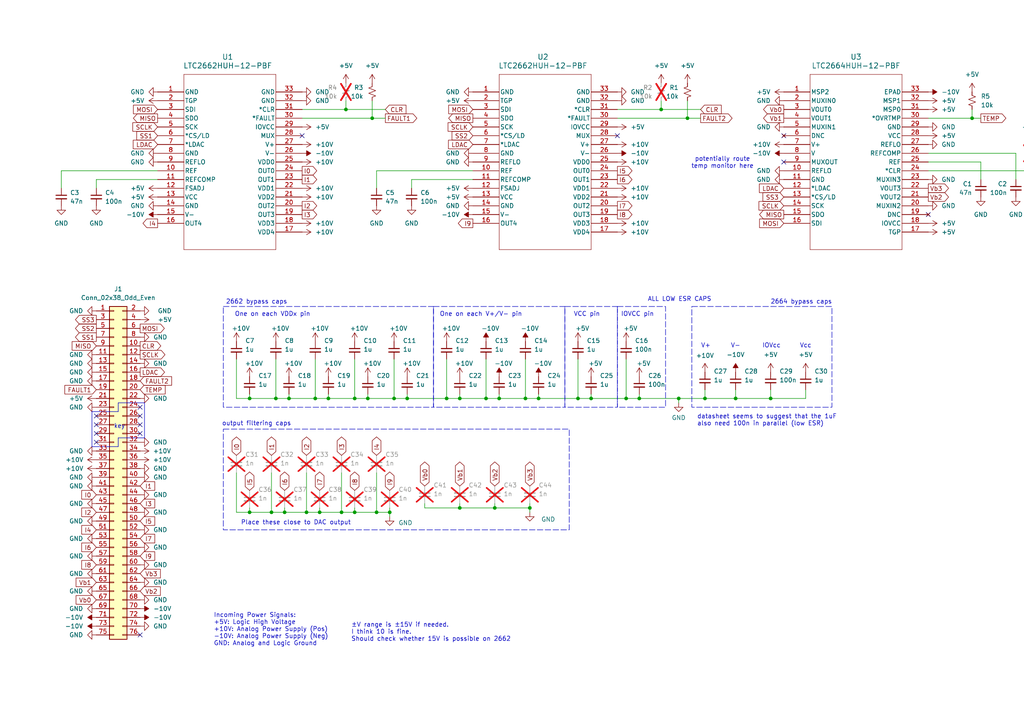
<source format=kicad_sch>
(kicad_sch (version 20250114) (generator "eeschema") (generator_version "9.0")
  (paper "A4")
  (title_block (title "microcyte") (date "2025-11-27") (rev "A") (company "Queen's University") (comment 1 "Shastri Lab") (comment 2 "hughmor"))
  (rectangle (start 179.07 88.9) (end 193.04 118.11) (stroke (width 0) (type dash)))
  (rectangle (start 163.83 88.9) (end 179.07 118.11) (stroke (width 0) (type dash)))
  (rectangle (start 125.73 88.9) (end 163.83 118.11) (stroke (width 0) (type dash)))
  (rectangle (start 64.77 88.9) (end 125.73 118.11) (stroke (width 0) (type dash)))
  (rectangle (start 64.77 124.46) (end 165.1 153.67) (stroke (width 0) (type dash)))
  (rectangle (start 200.66 88.9) (end 241.3 118.11) (stroke (width 0) (type dash)))
  (text "ALL LOW ESR CAPS" (at 197.104 86.868 0) (effects (font (size 1.27 1.27))))
  (text "output filtering caps" (at 74.422 122.936 0) (effects (font (size 1.27 1.27))))
  (text "key" (at 33.02 124.46 0) (effects (font (size 1.27 1.27)) (justify left bottom)))
  (text "datasheet seems to suggest that the 1uF\nalso need 100n in parallel (low ESR)" (at 202.184 123.698 0) (effects (font (size 1.27 1.27)) (justify left bottom)))
  (text "2664 bypass caps" (at 232.41 87.63 0) (effects (font (size 1.27 1.27))))
  (text "2662 bypass caps" (at 74.422 87.63 0) (effects (font (size 1.27 1.27))))
  (text "IOVCC pin" (at 180.086 91.948 0) (effects (font (size 1.27 1.27)) (justify left bottom)))
  (text "potentially route\ntemp monitor here" (at 209.55 47.244 0) (effects (font (size 1.27 1.27))))
  (text "Place these close to DAC output" (at 69.85 152.4 0) (effects (font (size 1.27 1.27)) (justify left bottom)))
  (text "±V range is ±15V if needed.\nI think 10 is fine.\nShould check whether 15V is possible on 2662" (at 101.854 186.182 0) (effects (font (size 1.27 1.27)) (justify left bottom)))
  (text "One on each V+/V- pin" (at 127.508 91.948 0) (effects (font (size 1.27 1.27)) (justify left bottom)))
  (text "Vcc" (at 233.68 100.33 0) (effects (font (size 1.27 1.27))))
  (text "V+" (at 204.724 100.33 0) (effects (font (size 1.27 1.27))))
  (text "Incoming Power Signals:\n+5V: Logic High Voltage\n+10V: Analog Power Supply (Pos)\n-10V: Analog Power Supply (Neg)\nGND: Analog and Logic Ground" (at 61.976 187.452 0) (effects (font (size 1.27 1.27)) (justify left bottom)))
  (text "One on each VDDx pin" (at 68.072 91.948 0) (effects (font (size 1.27 1.27)) (justify left bottom)))
  (text "VCC pin" (at 166.37 91.948 0) (effects (font (size 1.27 1.27)) (justify left bottom)))
  (text "IOVcc" (at 223.774 100.33 0) (effects (font (size 1.27 1.27))))
  (text "V-" (at 213.36 100.33 0) (effects (font (size 1.27 1.27))))
  (junction (at 204.47 115.57))
  (junction (at 72.39 115.57))
  (junction (at 140.97 115.57))
  (junction (at 185.42 115.57))
  (junction (at 152.4 115.57))
  (junction (at 199.39 34.29))
  (junction (at 191.77 31.75))
  (junction (at 92.71 148.59))
  (junction (at 118.11 115.57))
  (junction (at 143.51 147.32))
  (junction (at 88.9 148.59))
  (junction (at 213.36 115.57))
  (junction (at 106.68 115.57))
  (junction (at 144.78 115.57))
  (junction (at 107.95 34.29))
  (junction (at 171.45 115.57))
  (junction (at 167.64 115.57))
  (junction (at 83.82 115.57))
  (junction (at 99.06 148.59))
  (junction (at 78.74 148.59))
  (junction (at 82.55 148.59))
  (junction (at 102.87 148.59))
  (junction (at 133.35 147.32))
  (junction (at 196.85 115.57))
  (junction (at 153.67 147.32))
  (junction (at 129.54 115.57))
  (junction (at 223.52 115.57))
  (junction (at 100.33 31.75))
  (junction (at 91.44 115.57))
  (junction (at 80.01 115.57))
  (junction (at 298.45 49.53))
  (junction (at 113.03 148.59))
  (junction (at 281.94 34.29))
  (junction (at 102.87 115.57))
  (junction (at 156.21 115.57))
  (junction (at 95.25 115.57))
  (junction (at 133.35 115.57))
  (junction (at 109.22 148.59))
  (junction (at 114.3 115.57))
  (junction (at 181.61 115.57))
  (junction (at 72.39 148.59))
  (no_connect (at 27.94 123.19))
  (no_connect (at 40.64 118.11))
  (no_connect (at 27.94 125.73))
  (no_connect (at 269.24 62.23))
  (no_connect (at 40.64 184.15))
  (no_connect (at 40.64 120.65))
  (no_connect (at 27.94 128.27))
  (no_connect (at 227.33 39.37))
  (no_connect (at 227.33 46.99))
  (no_connect (at 40.64 125.73))
  (no_connect (at 27.94 120.65))
  (no_connect (at 179.07 39.37))
  (no_connect (at 87.63 39.37))
  (no_connect (at 40.64 123.19))
  (bus_entry (at -184.15 -15.24) (size 2.54 2.54))
  (wire (pts (xy 123.19 147.32) (xy 133.35 147.32)))
  (wire (pts (xy 82.55 148.59) (xy 78.74 148.59)))
  (wire (pts (xy 118.11 115.57) (xy 114.3 115.57)))
  (wire (pts (xy 102.87 148.59) (xy 109.22 148.59)))
  (wire (pts (xy 72.39 115.57) (xy 80.01 115.57)))
  (wire (pts (xy 45.72 52.07) (xy 27.94 52.07)))
  (wire (pts (xy 95.25 114.3) (xy 95.25 115.57)))
  (wire (pts (xy 106.68 114.3) (xy 106.68 115.57)))
  (wire (pts (xy 140.97 115.57) (xy 144.78 115.57)))
  (wire (pts (xy 88.9 137.16) (xy 88.9 148.59)))
  (wire (pts (xy 269.24 49.53) (xy 298.45 49.53)))
  (wire (pts (xy 269.24 46.99) (xy 284.48 46.99)))
  (polyline (pts (xy 26.67 119.38) (xy 34.29 119.38)))
  (wire (pts (xy 95.25 115.57) (xy 91.44 115.57)))
  (wire (pts (xy 129.54 115.57) (xy 133.35 115.57)))
  (wire (pts (xy 269.24 34.29) (xy 281.94 34.29)))
  (wire (pts (xy 100.33 31.75) (xy 111.76 31.75)))
  (wire (pts (xy 185.42 115.57) (xy 196.85 115.57)))
  (wire (pts (xy 144.78 115.57) (xy 152.4 115.57)))
  (wire (pts (xy 179.07 31.75) (xy 191.77 31.75)))
  (wire (pts (xy 156.21 114.3) (xy 156.21 115.57)))
  (wire (pts (xy 144.78 114.3) (xy 144.78 115.57)))
  (wire (pts (xy 179.07 34.29) (xy 199.39 34.29)))
  (wire (pts (xy 171.45 114.3) (xy 171.45 115.57)))
  (polyline (pts (xy 34.29 129.54) (xy 26.67 129.54)))
  (wire (pts (xy 181.61 115.57) (xy 185.42 115.57)))
  (wire (pts (xy 281.94 31.75) (xy 281.94 34.29)))
  (wire (pts (xy 298.45 46.99) (xy 298.45 49.53)))
  (wire (pts (xy 152.4 115.57) (xy 156.21 115.57)))
  (wire (pts (xy 167.64 115.57) (xy 171.45 115.57)))
  (wire (pts (xy 106.68 115.57) (xy 102.87 115.57)))
  (wire (pts (xy 233.68 113.03) (xy 233.68 115.57)))
  (wire (pts (xy 83.82 115.57) (xy 91.44 115.57)))
  (wire (pts (xy 196.85 115.57) (xy 204.47 115.57)))
  (wire (pts (xy 72.39 148.59) (xy 78.74 148.59)))
  (wire (pts (xy 27.94 52.07) (xy 27.94 54.61)))
  (wire (pts (xy 191.77 31.75) (xy 203.2 31.75)))
  (wire (pts (xy 223.52 115.57) (xy 233.68 115.57)))
  (wire (pts (xy 83.82 114.3) (xy 83.82 115.57)))
  (wire (pts (xy 199.39 34.29) (xy 203.2 34.29)))
  (wire (pts (xy 72.39 114.3) (xy 72.39 115.57)))
  (wire (pts (xy 143.51 146.05) (xy 143.51 147.32)))
  (wire (pts (xy 223.52 113.03) (xy 223.52 115.57)))
  (wire (pts (xy 171.45 115.57) (xy 181.61 115.57)))
  (wire (pts (xy 137.16 52.07) (xy 119.38 52.07)))
  (wire (pts (xy 100.33 29.21) (xy 100.33 31.75)))
  (wire (pts (xy 284.48 46.99) (xy 284.48 52.07)))
  (wire (pts (xy 102.87 104.14) (xy 102.87 115.57)))
  (wire (pts (xy 107.95 34.29) (xy 111.76 34.29)))
  (wire (pts (xy 129.54 104.14) (xy 129.54 115.57)))
  (wire (pts (xy 106.68 115.57) (xy 114.3 115.57)))
  (wire (pts (xy 137.16 49.53) (xy 109.22 49.53)))
  (wire (pts (xy 109.22 49.53) (xy 109.22 54.61)))
  (wire (pts (xy 102.87 148.59) (xy 99.06 148.59)))
  (polyline (pts (xy 41.91 116.84) (xy 41.91 127)))
  (wire (pts (xy 191.77 29.21) (xy 191.77 31.75)))
  (wire (pts (xy 95.25 115.57) (xy 102.87 115.57)))
  (wire (pts (xy 118.11 115.57) (xy 129.54 115.57)))
  (wire (pts (xy 213.36 115.57) (xy 223.52 115.57)))
  (wire (pts (xy 99.06 137.16) (xy 99.06 148.59)))
  (wire (pts (xy 119.38 52.07) (xy 119.38 54.61)))
  (wire (pts (xy 133.35 115.57) (xy 140.97 115.57)))
  (polyline (pts (xy 34.29 116.84) (xy 34.29 119.38)))
  (wire (pts (xy 213.36 113.03) (xy 213.36 115.57)))
  (wire (pts (xy 92.71 148.59) (xy 99.06 148.59)))
  (wire (pts (xy 82.55 148.59) (xy 88.9 148.59)))
  (polyline (pts (xy 34.29 116.84) (xy 41.91 116.84)))
  (wire (pts (xy 68.58 115.57) (xy 72.39 115.57)))
  (wire (pts (xy 83.82 115.57) (xy 80.01 115.57)))
  (wire (pts (xy 68.58 104.14) (xy 68.58 115.57)))
  (wire (pts (xy 107.95 29.21) (xy 107.95 34.29)))
  (wire (pts (xy 143.51 147.32) (xy 153.67 147.32)))
  (wire (pts (xy 113.03 148.59) (xy 113.03 149.86)))
  (wire (pts (xy 91.44 104.14) (xy 91.44 115.57)))
  (wire (pts (xy 113.03 147.32) (xy 113.03 148.59)))
  (wire (pts (xy 167.64 104.14) (xy 167.64 115.57)))
  (wire (pts (xy 118.11 114.3) (xy 118.11 115.57)))
  (polyline (pts (xy 41.91 127) (xy 34.29 127)))
  (wire (pts (xy 78.74 137.16) (xy 78.74 148.59)))
  (wire (pts (xy 113.03 148.59) (xy 109.22 148.59)))
  (polyline (pts (xy 34.29 127) (xy 34.29 129.54)))
  (wire (pts (xy 294.64 44.45) (xy 294.64 52.07)))
  (wire (pts (xy 204.47 113.03) (xy 204.47 115.57)))
  (wire (pts (xy 204.47 115.57) (xy 213.36 115.57)))
  (wire (pts (xy 133.35 147.32) (xy 143.51 147.32)))
  (polyline (pts (xy 26.67 129.54) (xy 26.67 119.38)))
  (wire (pts (xy 109.22 137.16) (xy 109.22 148.59)))
  (wire (pts (xy 133.35 146.05) (xy 133.35 147.32)))
  (wire (pts (xy 153.67 147.32) (xy 153.67 148.59)))
  (wire (pts (xy 269.24 44.45) (xy 294.64 44.45)))
  (wire (pts (xy 92.71 148.59) (xy 88.9 148.59)))
  (wire (pts (xy 156.21 115.57) (xy 167.64 115.57)))
  (wire (pts (xy 17.78 49.53) (xy 17.78 54.61)))
  (wire (pts (xy 68.58 137.16) (xy 68.58 148.59)))
  (wire (pts (xy 133.35 114.3) (xy 133.35 115.57)))
  (wire (pts (xy 298.45 49.53) (xy 302.26 49.53)))
  (wire (pts (xy 114.3 104.14) (xy 114.3 115.57)))
  (wire (pts (xy 102.87 147.32) (xy 102.87 148.59)))
  (wire (pts (xy 87.63 31.75) (xy 100.33 31.75)))
  (wire (pts (xy 87.63 34.29) (xy 107.95 34.29)))
  (wire (pts (xy 140.97 104.14) (xy 140.97 115.57)))
  (wire (pts (xy 82.55 147.32) (xy 82.55 148.59)))
  (wire (pts (xy 196.85 115.57) (xy 196.85 116.84)))
  (wire (pts (xy 185.42 114.3) (xy 185.42 115.57)))
  (wire (pts (xy 72.39 147.32) (xy 72.39 148.59)))
  (wire (pts (xy 199.39 29.21) (xy 199.39 34.29)))
  (wire (pts (xy 153.67 146.05) (xy 153.67 147.32)))
  (wire (pts (xy 181.61 104.14) (xy 181.61 115.57)))
  (wire (pts (xy 123.19 146.05) (xy 123.19 147.32)))
  (wire (pts (xy 281.94 34.29) (xy 284.48 34.29)))
  (wire (pts (xy 68.58 148.59) (xy 72.39 148.59)))
  (wire (pts (xy 152.4 104.14) (xy 152.4 115.57)))
  (wire (pts (xy 80.01 104.14) (xy 80.01 115.57)))
  (wire (pts (xy 45.72 49.53) (xy 17.78 49.53)))
  (wire (pts (xy 92.71 147.32) (xy 92.71 148.59)))
  (global_label "I9" (shape bidirectional) (at 113.03 142.24 90) (property "Intersheetrefs" "${INTERSHEET_REFS}" (effects (hide yes))))
  (global_label "I7" (shape bidirectional) (at 92.71 142.24 90) (property "Intersheetrefs" "${INTERSHEET_REFS}" (effects (hide yes))))
  (global_label "Vb1" (shape input) (at 27.94 168.91 180) (property "Intersheetrefs" "${INTERSHEET_REFS}" (effects (hide yes))))
  (global_label "MISO" (shape output) (at 45.72 34.29 180) (property "Intersheetrefs" "${INTERSHEET_REFS}" (effects (hide yes))))
  (global_label "TEMP" (shape output) (at 284.48 34.29 0) (property "Intersheetrefs" "${INTERSHEET_REFS}" (effects (hide yes))))
  (global_label "MISO" (shape output) (at 227.33 62.23 180) (property "Intersheetrefs" "${INTERSHEET_REFS}" (effects (hide yes))))
  (global_label "SCLK" (shape input) (at 227.33 59.69 180) (property "Intersheetrefs" "${INTERSHEET_REFS}" (effects (hide yes))))
  (global_label "CLR" (shape input) (at 111.76 31.75 0) (property "Intersheetrefs" "${INTERSHEET_REFS}" (effects (hide yes))))
  (global_label "Vb0" (shape output) (at 227.33 31.75 180) (property "Intersheetrefs" "${INTERSHEET_REFS}" (effects (hide yes))))
  (global_label "I3" (shape input) (at 40.64 146.05 0) (property "Intersheetrefs" "${INTERSHEET_REFS}" (effects (hide yes))))
  (global_label "FAULT1" (shape output) (at 111.76 34.29 0) (property "Intersheetrefs" "${INTERSHEET_REFS}" (effects (hide yes))))
  (global_label "LDAC" (shape output) (at 40.64 107.95 0) (property "Intersheetrefs" "${INTERSHEET_REFS}" (effects (hide yes))))
  (global_label "I9" (shape input) (at 40.64 161.29 0) (property "Intersheetrefs" "${INTERSHEET_REFS}" (effects (hide yes))))
  (global_label "I2" (shape bidirectional) (at 88.9 132.08 90) (property "Intersheetrefs" "${INTERSHEET_REFS}" (effects (hide yes))))
  (global_label "SS2" (shape output) (at 27.94 95.25 180) (property "Intersheetrefs" "${INTERSHEET_REFS}" (effects (hide yes))))
  (global_label "I5" (shape output) (at 179.07 49.53 0) (property "Intersheetrefs" "${INTERSHEET_REFS}" (effects (hide yes))))
  (global_label "I4" (shape input) (at 27.94 153.67 180) (property "Intersheetrefs" "${INTERSHEET_REFS}" (effects (hide yes))))
  (global_label "LDAC" (shape input) (at 227.33 54.61 180) (property "Intersheetrefs" "${INTERSHEET_REFS}" (effects (hide yes))))
  (global_label "I5" (shape bidirectional) (at 72.39 142.24 90) (property "Intersheetrefs" "${INTERSHEET_REFS}" (effects (hide yes))))
  (global_label "SS1" (shape input) (at 45.72 39.37 180) (property "Intersheetrefs" "${INTERSHEET_REFS}" (effects (hide yes))))
  (global_label "CLR" (shape input) (at 302.26 49.53 0) (property "Intersheetrefs" "${INTERSHEET_REFS}" (effects (hide yes))))
  (global_label "MISO" (shape output) (at 137.16 34.29 180) (property "Intersheetrefs" "${INTERSHEET_REFS}" (effects (hide yes))))
  (global_label "I4" (shape output) (at 45.72 64.77 180) (property "Intersheetrefs" "${INTERSHEET_REFS}" (effects (hide yes))))
  (global_label "LDAC" (shape input) (at 45.72 41.91 180) (property "Intersheetrefs" "${INTERSHEET_REFS}" (effects (hide yes))))
  (global_label "I6" (shape bidirectional) (at 82.55 142.24 90) (property "Intersheetrefs" "${INTERSHEET_REFS}" (effects (hide yes))))
  (global_label "MISO" (shape input) (at 27.94 100.33 180) (property "Intersheetrefs" "${INTERSHEET_REFS}" (effects (hide yes))))
  (global_label "I2" (shape output) (at 87.63 59.69 0) (property "Intersheetrefs" "${INTERSHEET_REFS}" (effects (hide yes))))
  (global_label "I1" (shape input) (at 40.64 140.97 0) (property "Intersheetrefs" "${INTERSHEET_REFS}" (effects (hide yes))))
  (global_label "I2" (shape input) (at 27.94 148.59 180) (property "Intersheetrefs" "${INTERSHEET_REFS}" (effects (hide yes))))
  (global_label "Vb2" (shape output) (at 269.24 57.15 0) (property "Intersheetrefs" "${INTERSHEET_REFS}" (effects (hide yes))))
  (global_label "TEMP" (shape input) (at 40.64 113.03 0) (property "Intersheetrefs" "${INTERSHEET_REFS}" (effects (hide yes))))
  (global_label "SS2" (shape input) (at 137.16 39.37 180) (property "Intersheetrefs" "${INTERSHEET_REFS}" (effects (hide yes))))
  (global_label "Vb3" (shape output) (at 269.24 54.61 0) (property "Intersheetrefs" "${INTERSHEET_REFS}" (effects (hide yes))))
  (global_label "I3" (shape bidirectional) (at 99.06 132.08 90) (property "Intersheetrefs" "${INTERSHEET_REFS}" (effects (hide yes))))
  (global_label "SS3" (shape output) (at 27.94 92.71 180) (property "Intersheetrefs" "${INTERSHEET_REFS}" (effects (hide yes))))
  (global_label "I7" (shape output) (at 179.07 59.69 0) (property "Intersheetrefs" "${INTERSHEET_REFS}" (effects (hide yes))))
  (global_label "Vb1" (shape output) (at 227.33 34.29 180) (property "Intersheetrefs" "${INTERSHEET_REFS}" (effects (hide yes))))
  (global_label "Vb3" (shape input) (at 40.64 166.37 0) (property "Intersheetrefs" "${INTERSHEET_REFS}" (effects (hide yes))))
  (global_label "MOSI" (shape input) (at 227.33 64.77 180) (property "Intersheetrefs" "${INTERSHEET_REFS}" (effects (hide yes))))
  (global_label "I1" (shape output) (at 87.63 52.07 0) (property "Intersheetrefs" "${INTERSHEET_REFS}" (effects (hide yes))))
  (global_label "Vb2" (shape bidirectional) (at 143.51 140.97 90) (property "Intersheetrefs" "${INTERSHEET_REFS}" (effects (hide yes))))
  (global_label "FAULT2" (shape input) (at 40.64 110.49 0) (property "Intersheetrefs" "${INTERSHEET_REFS}" (effects (hide yes))))
  (global_label "SCLK" (shape output) (at 40.64 102.87 0) (property "Intersheetrefs" "${INTERSHEET_REFS}" (effects (hide yes))))
  (global_label "MOSI" (shape output) (at 40.64 95.25 0) (property "Intersheetrefs" "${INTERSHEET_REFS}" (effects (hide yes))))
  (global_label "I6" (shape input) (at 27.94 158.75 180) (property "Intersheetrefs" "${INTERSHEET_REFS}" (effects (hide yes))))
  (global_label "I8" (shape bidirectional) (at 102.87 142.24 90) (property "Intersheetrefs" "${INTERSHEET_REFS}" (effects (hide yes))))
  (global_label "MOSI" (shape input) (at 45.72 31.75 180) (property "Intersheetrefs" "${INTERSHEET_REFS}" (effects (hide yes))))
  (global_label "LDAC" (shape input) (at 137.16 41.91 180) (property "Intersheetrefs" "${INTERSHEET_REFS}" (effects (hide yes))))
  (global_label "I0" (shape output) (at 87.63 49.53 0) (property "Intersheetrefs" "${INTERSHEET_REFS}" (effects (hide yes))))
  (global_label "CLR" (shape input) (at 203.2 31.75 0) (property "Intersheetrefs" "${INTERSHEET_REFS}" (effects (hide yes))))
  (global_label "I5" (shape input) (at 40.64 151.13 0) (property "Intersheetrefs" "${INTERSHEET_REFS}" (effects (hide yes))))
  (global_label "Vb0" (shape bidirectional) (at 123.19 140.97 90) (property "Intersheetrefs" "${INTERSHEET_REFS}" (effects (hide yes))))
  (global_label "I1" (shape bidirectional) (at 78.74 132.08 90) (property "Intersheetrefs" "${INTERSHEET_REFS}" (effects (hide yes))))
  (global_label "SS1" (shape output) (at 27.94 97.79 180) (property "Intersheetrefs" "${INTERSHEET_REFS}" (effects (hide yes))))
  (global_label "Vb3" (shape bidirectional) (at 153.67 140.97 90) (property "Intersheetrefs" "${INTERSHEET_REFS}" (effects (hide yes))))
  (global_label "I8" (shape input) (at 27.94 163.83 180) (property "Intersheetrefs" "${INTERSHEET_REFS}" (effects (hide yes))))
  (global_label "I8" (shape output) (at 179.07 62.23 0) (property "Intersheetrefs" "${INTERSHEET_REFS}" (effects (hide yes))))
  (global_label "I4" (shape bidirectional) (at 109.22 132.08 90) (property "Intersheetrefs" "${INTERSHEET_REFS}" (effects (hide yes))))
  (global_label "CLR" (shape output) (at 40.64 100.33 0) (property "Intersheetrefs" "${INTERSHEET_REFS}" (effects (hide yes))))
  (global_label "I0" (shape input) (at 27.94 143.51 180) (property "Intersheetrefs" "${INTERSHEET_REFS}" (effects (hide yes))))
  (global_label "MOSI" (shape input) (at 137.16 31.75 180) (property "Intersheetrefs" "${INTERSHEET_REFS}" (effects (hide yes))))
  (global_label "SCLK" (shape input) (at 45.72 36.83 180) (property "Intersheetrefs" "${INTERSHEET_REFS}" (effects (hide yes))))
  (global_label "SS3" (shape input) (at 227.33 57.15 180) (property "Intersheetrefs" "${INTERSHEET_REFS}" (effects (hide yes))))
  (global_label "I3" (shape output) (at 87.63 62.23 0) (property "Intersheetrefs" "${INTERSHEET_REFS}" (effects (hide yes))))
  (global_label "Vb0" (shape input) (at 27.94 173.99 180) (property "Intersheetrefs" "${INTERSHEET_REFS}" (effects (hide yes))))
  (global_label "SCLK" (shape input) (at 137.16 36.83 180) (property "Intersheetrefs" "${INTERSHEET_REFS}" (effects (hide yes))))
  (global_label "FAULT2" (shape output) (at 203.2 34.29 0) (property "Intersheetrefs" "${INTERSHEET_REFS}" (effects (hide yes))))
  (global_label "I0" (shape bidirectional) (at 68.58 132.08 90) (property "Intersheetrefs" "${INTERSHEET_REFS}" (effects (hide yes))))
  (global_label "Vb2" (shape input) (at 40.64 171.45 0) (property "Intersheetrefs" "${INTERSHEET_REFS}" (effects (hide yes))))
  (global_label "Vb1" (shape bidirectional) (at 133.35 140.97 90) (property "Intersheetrefs" "${INTERSHEET_REFS}" (effects (hide yes))))
  (global_label "I6" (shape output) (at 179.07 52.07 0) (property "Intersheetrefs" "${INTERSHEET_REFS}" (effects (hide yes))))
  (global_label "I7" (shape input) (at 40.64 156.21 0) (property "Intersheetrefs" "${INTERSHEET_REFS}" (effects (hide yes))))
  (global_label "FAULT1" (shape input) (at 27.94 113.03 180) (property "Intersheetrefs" "${INTERSHEET_REFS}" (effects (hide yes))))
  (global_label "I9" (shape output) (at 137.16 64.77 180) (property "Intersheetrefs" "${INTERSHEET_REFS}" (effects (hide yes))))
  (symbol (lib_id "power:-10V") (at 227.33 44.45 90) (unit 1)
    (property "Reference" "#PWR033" (effects (hide yes)))
    (property "Value" "-10V" (at 223.52 44.45 90) (effects (justify left)))
  )
  (symbol (lib_id "power:+10V") (at 87.63 57.15 270) (unit 1)
    (property "Reference" "#PWR046" (effects (hide yes)))
    (property "Value" "+10V" (at 91.44 57.15 90) (effects (justify left)))
  )
  (symbol (lib_id "power:+5V") (at 269.24 39.37 270) (unit 1)
    (property "Reference" "#PWR023" (effects (hide yes)))
    (property "Value" "+5V" (at 273.05 39.37 90) (effects (justify left)))
  )
  (symbol (lib_id "power:GND") (at 45.72 46.99 270) (unit 1)
    (property "Reference" "#PWR034" (effects (hide yes)))
    (property "Value" "GND" (at 41.91 46.99 90) (effects (justify right)))
  )
  (symbol (lib_id "power:GND") (at 27.94 130.81 270) (unit 1)
    (property "Reference" "#PWR0101" (effects (hide yes)))
    (property "Value" "GND" (at 24.13 130.81 90) (effects (justify right)))
  )
  (symbol (lib_id "power:+5V") (at 87.63 36.83 270) (unit 1)
    (property "Reference" "#PWR019" (effects (hide yes)))
    (property "Value" "+5V" (at 91.44 36.83 90) (effects (justify left)))
  )
  (symbol (lib_id "power:+10V") (at 87.63 64.77 270) (unit 1)
    (property "Reference" "#PWR058" (effects (hide yes)))
    (property "Value" "+10V" (at 91.44 64.77 90) (effects (justify left)))
  )
  (symbol (lib_id "power:+10V") (at 179.07 46.99 270) (unit 1)
    (property "Reference" "#PWR037" (effects (hide yes)))
    (property "Value" "+10V" (at 182.88 46.99 90) (effects (justify left)))
  )
  (symbol (lib_id "power:+10V") (at 133.35 109.22 0) (unit 1)
    (property "Reference" "#PWR083" (effects (hide yes)))
    (property "Value" "+10V" (at 134.62 105.41 0))
  )
  (symbol (lib_id "power:GND") (at 87.63 26.67 90) (unit 1)
    (property "Reference" "#PWR06" (effects (hide yes)))
    (property "Value" "GND" (at 91.44 26.67 90) (effects (justify right)))
  )
  (symbol (lib_id "Device:C_Small") (at 223.52 110.49 0) (unit 1)
    (property "Reference" "C29" (at 226.06 107.696 0) (effects (justify left)))
    (property "Value" "100n" (at 226.06 110.236 0) (effects (justify left)))
    (property "Footprint" "Capacitor_SMD:C_0402_1005Metric" (effects (hide yes)))
    (property "LCSC Part #" "C2181836" (effects (hide yes)))
  )
  (symbol (lib_id "power:GND") (at 27.94 90.17 270) (unit 1)
    (property "Reference" "#PWR065" (effects (hide yes)))
    (property "Value" "GND" (at 24.13 90.17 90) (effects (justify right)))
  )
  (symbol (lib_id "power:GNDS") (at 40.64 173.99 90) (unit 1)
    (property "Reference" "#PWR0108" (effects (hide yes)))
    (property "Value" "GND" (at 44.45 173.99 90) (effects (justify right)))
  )
  (symbol (lib_id "Device:C_Small") (at 80.01 101.6 0) (unit 1)
    (property "Reference" "C8" (at 82.55 98.806 0) (effects (justify left)))
    (property "Value" "1u" (at 82.55 101.346 0) (effects (justify left)))
    (property "Footprint" "Capacitor_SMD:C_0402_1005Metric" (effects (hide yes)))
    (property "LCSC Part #" "C913556" (effects (hide yes)))
  )
  (symbol (lib_id "power:GNDS") (at 27.94 140.97 270) (unit 1)
    (property "Reference" "#PWR0105" (effects (hide yes)))
    (property "Value" "GND" (at 24.13 140.9699 90) (effects (justify right)))
  )
  (symbol (lib_id "power:GNDS") (at 27.94 146.05 270) (unit 1)
    (property "Reference" "#PWR0109" (effects (hide yes)))
    (property "Value" "GND" (at 24.13 146.05 90) (effects (justify right)))
  )
  (symbol (lib_id "power:GND") (at 40.64 97.79 90) (unit 1)
    (property "Reference" "#PWR0128" (effects (hide yes)))
    (property "Value" "GND" (at 44.45 97.7899 90) (effects (justify right)))
  )
  (symbol (lib_id "power:-10V") (at 269.24 26.67 270) (unit 1)
    (property "Reference" "#PWR010" (effects (hide yes)))
    (property "Value" "-10V" (at 273.05 26.67 90) (effects (justify left)))
  )
  (symbol (lib_id "power:+5V") (at 107.95 24.13 0) (unit 1)
    (property "Reference" "#PWR02" (effects (hide yes)))
    (property "Value" "+5V" (at 107.95 19.05 0))
  )
  (symbol (lib_id "power:-10V") (at 45.72 62.23 90) (unit 1)
    (property "Reference" "#PWR056" (effects (hide yes)))
    (property "Value" "-10V" (at 41.91 62.23 90) (effects (justify left)))
  )
  (symbol (lib_id "power:-10V") (at 144.78 109.22 0) (unit 1)
    (property "Reference" "#PWR084" (effects (hide yes)))
    (property "Value" "-10V" (at 146.05 105.41 0))
  )
  (symbol (lib_id "power:+10V") (at 87.63 46.99 270) (unit 1)
    (property "Reference" "#PWR035" (effects (hide yes)))
    (property "Value" "+10V" (at 91.44 46.99 90) (effects (justify left)))
  )
  (symbol (lib_id "Device:C_Small") (at 95.25 111.76 0) (unit 1)
    (property "Reference" "C19" (at 97.79 108.966 0) (effects (justify left)))
    (property "Value" "1u" (at 97.79 111.506 0) (effects (justify left)))
    (property "Footprint" "Capacitor_SMD:C_0402_1005Metric" (effects (hide yes)))
    (property "LCSC Part #" "C913556" (effects (hide yes)))
  )
  (symbol (lib_id "Device:C_Small") (at 153.67 143.51 0) (unit 1) (on_board no) (dnp yes)
    (property "Reference" "C44" (at 156.21 140.716 0) (effects (justify left)))
    (property "Value" "1n" (at 156.21 143.256 0) (effects (justify left)))
    (property "Footprint" "Capacitor_SMD:C_0201_0603Metric" (effects (hide yes)))
  )
  (symbol (lib_id "Device:C_Small") (at 78.74 134.62 0) (unit 1) (on_board no) (dnp yes)
    (property "Reference" "C32" (at 81.28 131.826 0) (effects (justify left)))
    (property "Value" "1n" (at 81.28 134.366 0) (effects (justify left)))
    (property "Footprint" "Capacitor_SMD:C_0201_0603Metric" (effects (hide yes)))
  )
  (symbol (lib_id "power:GND") (at 269.24 52.07 90) (unit 1)
    (property "Reference" "#PWR040" (effects (hide yes)))
    (property "Value" "GND" (at 273.05 52.07 90) (effects (justify right)))
  )
  (symbol (lib_id "power:GND") (at 196.85 116.84 0) (unit 1)
    (property "Reference" "#PWR090" (effects (hide yes)))
    (property "Value" "GND" (at 196.85 121.158 0))
  )
  (symbol (lib_id "power:+10V") (at 27.94 135.89 90) (unit 1)
    (property "Reference" "#PWR094" (effects (hide yes)))
    (property "Value" "+10V" (at 21.59 135.89 90))
  )
  (symbol (lib_id "power:+5V") (at 167.64 99.06 0) (unit 1)
    (property "Reference" "#PWR076" (effects (hide yes)))
    (property "Value" "+5V" (at 168.91 95.25 0))
  )
  (symbol (lib_id "power:GNDS") (at 40.64 148.59 90) (unit 1)
    (property "Reference" "#PWR0112" (effects (hide yes)))
    (property "Value" "GND" (at 44.45 148.59 90) (effects (justify right)))
  )
  (symbol (lib_id "power:GND") (at 40.64 128.27 90) (unit 1)
    (property "Reference" "#PWR092" (effects (hide yes)))
    (property "Value" "GND" (at 44.45 128.27 90) (effects (justify right)))
  )
  (symbol (lib_id "Device:R_Small_US") (at 191.77 26.67 0) (mirror y) (unit 1) (dnp yes)
    (property "Reference" "R2" (at 189.23 25.3999 0) (effects (justify left)))
    (property "Value" "10k" (at 189.23 27.9399 0) (effects (justify left)))
    (property "Footprint" "Resistor_SMD:R_0402_1005Metric" (effects (hide yes)))
  )
  (symbol (lib_id "Device:R_Small_US") (at 298.45 44.45 0) (unit 1) (dnp yes)
    (property "Reference" "R6" (at 300.99 43.1799 0) (effects (justify left)))
    (property "Value" "10k" (at 300.99 45.7199 0) (effects (justify left)))
    (property "Footprint" "Resistor_SMD:R_0402_1005Metric" (effects (hide yes)))
  )
  (symbol (lib_id "power:GND") (at 269.24 59.69 90) (unit 1)
    (property "Reference" "#PWR055" (effects (hide yes)))
    (property "Value" "GND" (at 273.05 59.69 90) (effects (justify right)))
  )
  (symbol (lib_id "power:+5V") (at 179.07 36.83 270) (unit 1)
    (property "Reference" "#PWR020" (effects (hide yes)))
    (property "Value" "+5V" (at 182.88 36.83 90) (effects (justify left)))
  )
  (symbol (lib_id "power:GND") (at 45.72 44.45 270) (unit 1)
    (property "Reference" "#PWR029" (effects (hide yes)))
    (property "Value" "GND" (at 41.91 44.45 90) (effects (justify right)))
  )
  (symbol (lib_id "Device:C_Small") (at 68.58 134.62 0) (unit 1) (on_board no) (dnp yes)
    (property "Reference" "C31" (at 71.12 131.826 0) (effects (justify left)))
    (property "Value" "1n" (at 71.12 134.366 0) (effects (justify left)))
    (property "Footprint" "Capacitor_SMD:C_0201_0603Metric" (effects (hide yes)))
  )
  (symbol (lib_id "Device:R_Small_US") (at 100.33 26.67 0) (mirror y) (unit 1) (dnp yes)
    (property "Reference" "R4" (at 97.79 25.3999 0) (effects (justify left)))
    (property "Value" "10k" (at 97.79 27.9399 0) (effects (justify left)))
    (property "Footprint" "Resistor_SMD:R_0402_1005Metric" (effects (hide yes)))
  )
  (symbol (lib_id "power:+10V") (at 40.64 133.35 270) (mirror x) (unit 1)
    (property "Reference" "#PWR0131" (effects (hide yes)))
    (property "Value" "+10V" (at 46.99 133.35 90))
  )
  (symbol (lib_id "power:+10V") (at 118.11 109.22 0) (unit 1)
    (property "Reference" "#PWR082" (effects (hide yes)))
    (property "Value" "+10V" (at 119.38 105.41 0))
  )
  (symbol (lib_id "Device:C_Small") (at 140.97 101.6 0) (unit 1)
    (property "Reference" "C13" (at 143.51 98.806 0) (effects (justify left)))
    (property "Value" "1u" (at 143.51 101.346 0) (effects (justify left)))
    (property "Footprint" "Capacitor_SMD:C_0402_1005Metric" (effects (hide yes)))
    (property "LCSC Part #" "C913556" (effects (hide yes)))
  )
  (symbol (lib_id "Device:C_Small") (at 133.35 111.76 0) (unit 1)
    (property "Reference" "C22" (at 135.89 108.966 0) (effects (justify left)))
    (property "Value" "1u" (at 135.89 111.506 0) (effects (justify left)))
    (property "Footprint" "Capacitor_SMD:C_0402_1005Metric" (effects (hide yes)))
    (property "LCSC Part #" "C913556" (effects (hide yes)))
  )
  (symbol (lib_id "power:+10V") (at 179.07 57.15 270) (unit 1)
    (property "Reference" "#PWR048" (effects (hide yes)))
    (property "Value" "+10V" (at 182.88 57.15 90) (effects (justify left)))
  )
  (symbol (lib_id "power:+5V") (at 171.45 109.22 0) (unit 1)
    (property "Reference" "#PWR086" (effects (hide yes)))
    (property "Value" "+5V" (at 172.72 105.41 0))
  )
  (symbol (lib_id "power:GNDS") (at 113.03 149.86 0) (unit 1)
    (property "Reference" "#PWR0121" (effects (hide yes)))
    (property "Value" "GND" (at 117.602 151.638 0))
  )
  (symbol (lib_id "Device:C_Small") (at 109.22 134.62 0) (unit 1) (on_board no) (dnp yes)
    (property "Reference" "C35" (at 111.76 131.826 0) (effects (justify left)))
    (property "Value" "1n" (at 111.76 134.366 0) (effects (justify left)))
    (property "Footprint" "Capacitor_SMD:C_0201_0603Metric" (effects (hide yes)))
  )
  (symbol (lib_id "power:+10V") (at 114.3 99.06 0) (unit 1)
    (property "Reference" "#PWR072" (effects (hide yes)))
    (property "Value" "+10V" (at 115.57 95.25 0))
  )
  (symbol (lib_id "power:GNDS") (at 40.64 168.91 90) (unit 1)
    (property "Reference" "#PWR0120" (effects (hide yes)))
    (property "Value" "GND" (at 44.45 168.91 90) (effects (justify right)))
  )
  (symbol (lib_id "power:GND") (at 87.63 29.21 90) (unit 1)
    (property "Reference" "#PWR013" (effects (hide yes)))
    (property "Value" "GND" (at 91.44 29.21 90) (effects (justify right)))
  )
  (symbol (lib_id "Device:R_Small_US") (at 281.94 29.21 0) (unit 1)
    (property "Reference" "R5" (at 284.48 27.9399 0) (effects (justify left)))
    (property "Value" "10k" (at 284.48 30.4799 0) (effects (justify left)))
    (property "Footprint" "Resistor_SMD:R_0402_1005Metric" (effects (hide yes)))
    (property "LCSC Part #" "C317926" (effects (hide yes)))
  )
  (symbol (lib_id "Device:C_Small") (at 106.68 111.76 0) (unit 1)
    (property "Reference" "C20" (at 109.22 108.966 0) (effects (justify left)))
    (property "Value" "1u" (at 109.22 111.506 0) (effects (justify left)))
    (property "Footprint" "Capacitor_SMD:C_0402_1005Metric" (effects (hide yes)))
    (property "LCSC Part #" "C913556" (effects (hide yes)))
  )
  (symbol (lib_id "Analog_DAC:LTC2662HUH-12-PBF") (at 137.16 26.67 0) (unit 1)
    (property "Reference" "U2" (at 157.48 16.51 0) (effects (font (size 1.524 1.524))))
    (property "Value" "LTC2662HUH-12-PBF" (at 157.48 19.05 0) (effects (font (size 1.524 1.524))))
    (property "Footprint" "LTC2662:05-08-1693_ADI" (effects (hide yes)))
    (property "Datasheet" "https://www.analog.com/media/en/technical-documentation/data-sheets/LTC2662.pdf" (effects (hide yes)))
  )
  (symbol (lib_id "power:+5V") (at 185.42 109.22 0) (unit 1)
    (property "Reference" "#PWR087" (effects (hide yes)))
    (property "Value" "+5V" (at 186.69 105.41 0))
  )
  (symbol (lib_id "Device:C_Small") (at 181.61 101.6 0) (unit 1)
    (property "Reference" "C16" (at 184.15 98.806 0) (effects (justify left)))
    (property "Value" "100n" (at 184.15 101.346 0) (effects (justify left)))
    (property "Footprint" "Capacitor_SMD:C_0402_1005Metric" (effects (hide yes)))
    (property "LCSC Part #" "C2181836" (effects (hide yes)))
  )
  (symbol (lib_id "power:GND") (at 179.07 29.21 90) (unit 1)
    (property "Reference" "#PWR015" (effects (hide yes)))
    (property "Value" "GND" (at 182.88 29.21 90) (effects (justify right)))
  )
  (symbol (lib_id "power:GND") (at 269.24 36.83 90) (unit 1)
    (property "Reference" "#PWR022" (effects (hide yes)))
    (property "Value" "GND" (at 273.05 36.83 90) (effects (justify right)))
  )
  (symbol (lib_id "LTC2664:LTC2664HUH-12-PBF") (at 227.33 26.67 0) (unit 1)
    (property "Reference" "U3" (at 248.285 16.51 0) (effects (font (size 1.524 1.524))))
    (property "Value" "LTC2664HUH-12-PBF" (at 248.285 19.05 0) (effects (font (size 1.524 1.524))))
    (property "Footprint" "LTC2662:05-08-1693_ADI" (effects (hide yes)))
    (property "Datasheet" "https://www.analog.com/media/en/technical-documentation/data-sheets/2664fa.pdf" (effects (hide yes)))
  )
  (symbol (lib_id "power:GND") (at 45.72 59.69 270) (unit 1)
    (property "Reference" "#PWR0124" (effects (hide yes)))
    (property "Value" "GND" (at 41.91 59.69 90) (effects (justify right)))
  )
  (symbol (lib_id "power:+10V") (at 129.54 99.06 0) (unit 1)
    (property "Reference" "#PWR073" (effects (hide yes)))
    (property "Value" "+10V" (at 130.81 95.25 0))
  )
  (symbol (lib_id "Device:C_Small") (at 119.38 57.15 0) (unit 1)
    (property "Reference" "C6" (at 121.92 55.8863 0) (effects (justify left)))
    (property "Value" "100n" (at 121.92 58.4263 0) (effects (justify left)))
    (property "Footprint" "Capacitor_SMD:C_0402_1005Metric" (effects (hide yes)))
    (property "LCSC Part #" "C2181836" (effects (hide yes)))
  )
  (symbol (lib_id "power:GNDS") (at 27.94 176.53 270) (unit 1)
    (property "Reference" "#PWR0106" (effects (hide yes)))
    (property "Value" "GND" (at 24.13 176.53 90) (effects (justify right)))
  )
  (symbol (lib_id "power:GND") (at 227.33 52.07 270) (unit 1)
    (property "Reference" "#PWR039" (effects (hide yes)))
    (property "Value" "GND" (at 223.52 52.07 90) (effects (justify right)))
  )
  (symbol (lib_id "power:GND") (at 284.48 57.15 0) (unit 1)
    (property "Reference" "#PWR049" (effects (hide yes)))
    (property "Value" "GND" (at 284.48 62.23 0))
  )
  (symbol (lib_id "power:+10V") (at 179.07 64.77 270) (unit 1)
    (property "Reference" "#PWR059" (effects (hide yes)))
    (property "Value" "+10V" (at 182.88 64.77 90) (effects (justify left)))
  )
  (symbol (lib_id "Device:C_Small") (at 143.51 143.51 0) (unit 1) (on_board no) (dnp yes)
    (property "Reference" "C43" (at 146.05 140.716 0) (effects (justify left)))
    (property "Value" "1n" (at 146.05 143.256 0) (effects (justify left)))
    (property "Footprint" "Capacitor_SMD:C_0201_0603Metric" (effects (hide yes)))
  )
  (symbol (lib_id "power:GNDS") (at 27.94 138.43 270) (unit 1)
    (property "Reference" "#PWR0103" (effects (hide yes)))
    (property "Value" "GND" (at 24.13 138.43 90) (effects (justify right)))
  )
  (symbol (lib_id "power:+10V") (at 27.94 133.35 90) (unit 1)
    (property "Reference" "#PWR096" (effects (hide yes)))
    (property "Value" "+10V" (at 21.59 133.35 90))
  )
  (symbol (lib_id "power:GND") (at 227.33 29.21 270) (unit 1)
    (property "Reference" "#PWR016" (effects (hide yes)))
    (property "Value" "GND" (at 223.52 29.21 90) (effects (justify right)))
  )
  (symbol (lib_id "power:GNDS") (at 27.94 166.37 270) (unit 1)
    (property "Reference" "#PWR0117" (effects (hide yes)))
    (property "Value" "GND" (at 24.13 166.37 90) (effects (justify right)))
  )
  (symbol (lib_id "Device:C_Small") (at 133.35 143.51 0) (unit 1) (on_board no) (dnp yes)
    (property "Reference" "C42" (at 135.89 140.716 0) (effects (justify left)))
    (property "Value" "1n" (at 135.89 143.256 0) (effects (justify left)))
    (property "Footprint" "Capacitor_SMD:C_0201_0603Metric" (effects (hide yes)))
  )
  (symbol (lib_id "Device:C_Small") (at 92.71 144.78 0) (unit 1) (on_board no) (dnp yes)
    (property "Reference" "C38" (at 95.25 141.986 0) (effects (justify left)))
    (property "Value" "1n" (at 95.25 144.526 0) (effects (justify left)))
    (property "Footprint" "Capacitor_SMD:C_0201_0603Metric" (effects (hide yes)))
  )
  (symbol (lib_id "power:+10V") (at 87.63 67.31 270) (unit 1)
    (property "Reference" "#PWR061" (effects (hide yes)))
    (property "Value" "+10V" (at 91.44 67.31 90) (effects (justify left)))
  )
  (symbol (lib_id "power:GNDS") (at 40.64 158.75 90) (unit 1)
    (property "Reference" "#PWR0116" (effects (hide yes)))
    (property "Value" "GND" (at 44.45 158.75 90) (effects (justify right)))
  )
  (symbol (lib_id "power:GND") (at 109.22 59.69 0) (unit 1)
    (property "Reference" "#PWR053" (effects (hide yes)))
    (property "Value" "GND" (at 109.22 64.77 0))
  )
  (symbol (lib_id "Device:C_Small") (at 102.87 101.6 0) (unit 1)
    (property "Reference" "C10" (at 105.41 98.806 0) (effects (justify left)))
    (property "Value" "1u" (at 105.41 101.346 0) (effects (justify left)))
    (property "Footprint" "Capacitor_SMD:C_0402_1005Metric" (effects (hide yes)))
    (property "LCSC Part #" "C913556" (effects (hide yes)))
  )
  (symbol (lib_id "Device:C_Small") (at 91.44 101.6 0) (unit 1)
    (property "Reference" "C9" (at 93.98 98.806 0) (effects (justify left)))
    (property "Value" "1u" (at 93.98 101.346 0) (effects (justify left)))
    (property "Footprint" "Capacitor_SMD:C_0402_1005Metric" (effects (hide yes)))
    (property "LCSC Part #" "C913556" (effects (hide yes)))
  )
  (symbol (lib_id "power:GNDS") (at 40.64 163.83 90) (unit 1)
    (property "Reference" "#PWR0118" (effects (hide yes)))
    (property "Value" "GND" (at 44.45 163.83 90) (effects (justify right)))
  )
  (symbol (lib_id "power:-10V") (at 27.94 181.61 90) (unit 1)
    (property "Reference" "#PWR095" (effects (hide yes)))
    (property "Value" "-10V" (at 24.13 181.61 90) (effects (justify left)))
  )
  (symbol (lib_id "Device:C_Small") (at 109.22 57.15 0) (unit 1)
    (property "Reference" "C5" (at 111.76 55.8863 0) (effects (justify left)))
    (property "Value" "47n" (at 111.76 58.4263 0) (effects (justify left)))
    (property "Footprint" "Capacitor_SMD:C_0402_1005Metric" (effects (hide yes)))
    (property "LCSC Part #" "C368599" (effects (hide yes)))
  )
  (symbol (lib_id "power:+10V") (at 95.25 109.22 0) (unit 1)
    (property "Reference" "#PWR080" (effects (hide yes)))
    (property "Value" "+10V" (at 96.52 105.41 0))
  )
  (symbol (lib_id "Device:C_Small") (at 114.3 101.6 0) (unit 1)
    (property "Reference" "C11" (at 116.84 98.806 0) (effects (justify left)))
    (property "Value" "1u" (at 116.84 101.346 0) (effects (justify left)))
    (property "Footprint" "Capacitor_SMD:C_0402_1005Metric" (effects (hide yes)))
    (property "LCSC Part #" "C913556" (effects (hide yes)))
  )
  (symbol (lib_name "+5V_1") (lib_id "power:+5V") (at 40.64 92.71 270) (unit 1)
    (property "Reference" "#PWR064" (effects (hide yes)))
    (property "Value" "+5V" (at 45.72 92.7099 90) (effects (justify left)))
    (property "Description" "Power symbol creates a global label with name \"+5V\"" (effects (hide yes)))
  )
  (symbol (lib_id "Device:C_Small") (at 102.87 144.78 0) (unit 1) (on_board no) (dnp yes)
    (property "Reference" "C39" (at 105.41 141.986 0) (effects (justify left)))
    (property "Value" "1n" (at 105.41 144.526 0) (effects (justify left)))
    (property "Footprint" "Capacitor_SMD:C_0201_0603Metric" (effects (hide yes)))
  )
  (symbol (lib_id "Device:R_Small_US") (at 107.95 26.67 0) (mirror y) (unit 1)
    (property "Reference" "R3" (at 105.41 25.3999 0) (effects (justify left)))
    (property "Value" "10k" (at 105.41 27.9399 0) (effects (justify left)))
    (property "Footprint" "Resistor_SMD:R_0402_1005Metric" (effects (hide yes)))
    (property "LCSC Part #" "C317926" (effects (hide yes)))
  )
  (symbol (lib_id "power:GND") (at 40.64 105.41 90) (unit 1)
    (property "Reference" "#PWR0127" (effects (hide yes)))
    (property "Value" "GND" (at 44.45 105.4099 90) (effects (justify right)))
  )
  (symbol (lib_id "power:-10V") (at 140.97 99.06 0) (unit 1)
    (property "Reference" "#PWR074" (effects (hide yes)))
    (property "Value" "-10V" (at 142.24 95.25 0))
  )
  (symbol (lib_id "Device:C_Small") (at 233.68 110.49 0) (unit 1)
    (property "Reference" "C30" (at 236.22 107.696 0) (effects (justify left)))
    (property "Value" "1u" (at 236.22 110.236 0) (effects (justify left)))
    (property "Footprint" "Capacitor_SMD:C_0402_1005Metric" (effects (hide yes)))
    (property "LCSC Part #" "C913556" (effects (hide yes)))
  )
  (symbol (lib_id "Device:C_Small") (at 185.42 111.76 0) (unit 1)
    (property "Reference" "C26" (at 187.96 108.966 0) (effects (justify left)))
    (property "Value" "100n" (at 187.96 111.506 0) (effects (justify left)))
    (property "Footprint" "Capacitor_SMD:C_0402_1005Metric" (effects (hide yes)))
    (property "LCSC Part #" "C2181836" (effects (hide yes)))
  )
  (symbol (lib_id "power:+10V") (at 179.07 67.31 270) (unit 1)
    (property "Reference" "#PWR062" (effects (hide yes)))
    (property "Value" "+10V" (at 182.88 67.31 90) (effects (justify left)))
  )
  (symbol (lib_id "power:+5V") (at 298.45 41.91 0) (unit 1)
    (property "Reference" "#PWR028" (effects (hide yes)))
    (property "Value" "+5V" (at 298.45 36.83 0))
  )
  (symbol (lib_id "power:+5V") (at 269.24 67.31 270) (unit 1)
    (property "Reference" "#PWR063" (effects (hide yes)))
    (property "Value" "+5V" (at 273.05 67.31 90) (effects (justify left)))
  )
  (symbol (lib_id "Device:C_Small") (at 123.19 143.51 0) (unit 1) (on_board no) (dnp yes)
    (property "Reference" "C41" (at 125.73 140.716 0) (effects (justify left)))
    (property "Value" "1n" (at 125.73 143.256 0) (effects (justify left)))
    (property "Footprint" "Capacitor_SMD:C_0201_0603Metric" (effects (hide yes)))
  )
  (symbol (lib_id "Device:C_Small") (at 99.06 134.62 0) (unit 1) (on_board no) (dnp yes)
    (property "Reference" "C34" (at 101.6 131.826 0) (effects (justify left)))
    (property "Value" "1n" (at 101.6 134.366 0) (effects (justify left)))
    (property "Footprint" "Capacitor_SMD:C_0201_0603Metric" (effects (hide yes)))
  )
  (symbol (lib_id "power:GND") (at 137.16 59.69 270) (unit 1)
    (property "Reference" "#PWR0123" (effects (hide yes)))
    (property "Value" "GND" (at 133.35 59.69 90) (effects (justify right)))
  )
  (symbol (lib_id "power:GND") (at 27.94 118.11 270) (unit 1)
    (property "Reference" "#PWR091" (effects (hide yes)))
    (property "Value" "GND" (at 24.13 118.11 90) (effects (justify right)))
  )
  (symbol (lib_id "Device:C_Small") (at 17.78 57.15 0) (unit 1)
    (property "Reference" "C3" (at 20.32 55.8863 0) (effects (justify left)))
    (property "Value" "47n" (at 20.32 58.4263 0) (effects (justify left)))
    (property "Footprint" "Capacitor_SMD:C_0402_1005Metric" (effects (hide yes)))
    (property "LCSC Part #" "C368599" (effects (hide yes)))
  )
  (symbol (lib_id "power:GND") (at 227.33 36.83 270) (unit 1)
    (property "Reference" "#PWR021" (effects (hide yes)))
    (property "Value" "GND" (at 223.52 36.83 90) (effects (justify right)))
  )
  (symbol (lib_id "Device:C_Small") (at 83.82 111.76 0) (unit 1)
    (property "Reference" "C18" (at 86.36 108.966 0) (effects (justify left)))
    (property "Value" "1u" (at 86.36 111.506 0) (effects (justify left)))
    (property "Footprint" "Capacitor_SMD:C_0402_1005Metric" (effects (hide yes)))
    (property "LCSC Part #" "C913556" (effects (hide yes)))
  )
  (symbol (lib_id "Device:C_Small") (at 156.21 111.76 0) (unit 1)
    (property "Reference" "C24" (at 158.75 108.966 0) (effects (justify left)))
    (property "Value" "1u" (at 158.75 111.506 0) (effects (justify left)))
    (property "Footprint" "Capacitor_SMD:C_0402_1005Metric" (effects (hide yes)))
    (property "LCSC Part #" "C913556" (effects (hide yes)))
  )
  (symbol (lib_id "Device:C_Small") (at 213.36 110.49 0) (unit 1)
    (property "Reference" "C28" (at 215.9 107.696 0) (effects (justify left)))
    (property "Value" "1u" (at 215.9 110.236 0) (effects (justify left)))
    (property "Footprint" "Capacitor_SMD:C_0402_1005Metric" (effects (hide yes)))
    (property "LCSC Part #" "C913556" (effects (hide yes)))
  )
  (symbol (lib_id "power:+10V") (at 106.68 109.22 0) (unit 1)
    (property "Reference" "#PWR081" (effects (hide yes)))
    (property "Value" "+10V" (at 107.95 105.41 0))
  )
  (symbol (lib_id "power:+5V") (at 181.61 99.06 0) (unit 1)
    (property "Reference" "#PWR077" (effects (hide yes)))
    (property "Value" "+5V" (at 182.88 95.25 0))
  )
  (symbol (lib_id "power:GNDS") (at 153.67 148.59 0) (unit 1)
    (property "Reference" "#PWR0122" (effects (hide yes)))
    (property "Value" "GND" (at 159.004 150.622 0))
  )
  (symbol (lib_id "power:-10V") (at 152.4 99.06 0) (unit 1)
    (property "Reference" "#PWR075" (effects (hide yes)))
    (property "Value" "-10V" (at 153.67 95.25 0))
  )
  (symbol (lib_id "power:GND") (at 227.33 49.53 270) (unit 1)
    (property "Reference" "#PWR038" (effects (hide yes)))
    (property "Value" "GND" (at 223.52 49.53 90) (effects (justify right)))
  )
  (symbol (lib_id "power:GND") (at 294.64 57.15 0) (unit 1)
    (property "Reference" "#PWR050" (effects (hide yes)))
    (property "Value" "GND" (at 294.64 62.23 0))
  )
  (symbol (lib_id "power:GND") (at 27.94 102.87 270) (unit 1)
    (property "Reference" "#PWR088" (effects (hide yes)))
    (property "Value" "GND" (at 24.13 102.8699 90) (effects (justify right)))
  )
  (symbol (lib_id "power:+10V") (at 102.87 99.06 0) (unit 1)
    (property "Reference" "#PWR071" (effects (hide yes)))
    (property "Value" "+10V" (at 104.14 95.25 0))
  )
  (symbol (lib_id "power:GND") (at 137.16 26.67 270) (unit 1)
    (property "Reference" "#PWR07" (effects (hide yes)))
    (property "Value" "GND" (at 133.35 26.67 90) (effects (justify right)))
  )
  (symbol (lib_id "power:+5V") (at 137.16 57.15 90) (unit 1)
    (property "Reference" "#PWR047" (effects (hide yes)))
    (property "Value" "+5V" (at 133.35 57.15 90) (effects (justify left)))
  )
  (symbol (lib_id "power:+5V") (at 137.16 29.21 90) (unit 1)
    (property "Reference" "#PWR014" (effects (hide yes)))
    (property "Value" "+5V" (at 133.35 29.21 90) (effects (justify left)))
  )
  (symbol (lib_id "power:+5V") (at 45.72 57.15 90) (unit 1)
    (property "Reference" "#PWR045" (effects (hide yes)))
    (property "Value" "+5V" (at 41.91 57.15 90) (effects (justify left)))
  )
  (symbol (lib_id "power:GND") (at 179.07 26.67 90) (unit 1)
    (property "Reference" "#PWR08" (effects (hide yes)))
    (property "Value" "GND" (at 182.88 26.67 90) (effects (justify right)))
  )
  (symbol (lib_id "power:+5V") (at 269.24 31.75 270) (unit 1)
    (property "Reference" "#PWR018" (effects (hide yes)))
    (property "Value" "+5V" (at 273.05 31.75 90) (effects (justify left)))
  )
  (symbol (lib_id "Device:C_Small") (at 82.55 144.78 0) (unit 1) (on_board no) (dnp yes)
    (property "Reference" "C37" (at 85.09 141.986 0) (effects (justify left)))
    (property "Value" "1n" (at 85.09 144.526 0) (effects (justify left)))
    (property "Footprint" "Capacitor_SMD:C_0201_0603Metric" (effects (hide yes)))
  )
  (symbol (lib_id "power:+10V") (at 80.01 99.06 0) (unit 1)
    (property "Reference" "#PWR069" (effects (hide yes)))
    (property "Value" "+10V" (at 81.28 95.25 0))
  )
  (symbol (lib_id "Device:C_Small") (at 72.39 144.78 0) (unit 1) (on_board no) (dnp yes)
    (property "Reference" "C36" (at 74.93 141.986 0) (effects (justify left)))
    (property "Value" "1n" (at 74.93 144.526 0) (effects (justify left)))
    (property "Footprint" "Capacitor_SMD:C_0201_0603Metric" (effects (hide yes)))
  )
  (symbol (lib_id "Device:C_Small") (at 152.4 101.6 0) (unit 1)
    (property "Reference" "C14" (at 154.94 98.806 0) (effects (justify left)))
    (property "Value" "1u" (at 154.94 101.346 0) (effects (justify left)))
    (property "Footprint" "Capacitor_SMD:C_0402_1005Metric" (effects (hide yes)))
    (property "LCSC Part #" "C913556" (effects (hide yes)))
  )
  (symbol (lib_id "power:GND") (at 40.64 135.89 90) (unit 1)
    (property "Reference" "#PWR0102" (effects (hide yes)))
    (property "Value" "GND" (at 44.45 135.89 90) (effects (justify right)))
  )
  (symbol (lib_id "power:GND") (at 137.16 44.45 270) (unit 1)
    (property "Reference" "#PWR031" (effects (hide yes)))
    (property "Value" "GND" (at 133.35 44.45 90) (effects (justify right)))
  )
  (symbol (lib_id "power:GND") (at 17.78 59.69 0) (unit 1)
    (property "Reference" "#PWR051" (effects (hide yes)))
    (property "Value" "GND" (at 17.78 64.77 0))
  )
  (symbol (lib_id "Device:C_Small") (at 118.11 111.76 0) (unit 1)
    (property "Reference" "C21" (at 120.65 108.966 0) (effects (justify left)))
    (property "Value" "1u" (at 120.65 111.506 0) (effects (justify left)))
    (property "Footprint" "Capacitor_SMD:C_0402_1005Metric" (effects (hide yes)))
    (property "LCSC Part #" "C913556" (effects (hide yes)))
  )
  (symbol (lib_id "Device:C_Small") (at 294.64 54.61 0) (mirror y) (unit 1)
    (property "Reference" "C2" (at 292.1 53.3463 0) (effects (justify left)))
    (property "Value" "100n" (at 292.1 55.8863 0) (effects (justify left)))
    (property "Footprint" "Capacitor_SMD:C_0402_1005Metric" (effects (hide yes)))
    (property "LCSC Part #" "C2181836" (effects (hide yes)))
  )
  (symbol (lib_id "power:-10V") (at 156.21 109.22 0) (unit 1)
    (property "Reference" "#PWR085" (effects (hide yes)))
    (property "Value" "-10V" (at 157.48 105.41 0))
  )
  (symbol (lib_id "power:-10V") (at 213.36 107.95 0) (unit 1)
    (property "Reference" "#PWR098" (effects (hide yes)))
    (property "Value" "-10V" (at 213.36 102.87 0))
  )
  (symbol (lib_id "Device:C_Small") (at 129.54 101.6 0) (unit 1)
    (property "Reference" "C12" (at 132.08 98.806 0) (effects (justify left)))
    (property "Value" "1u" (at 132.08 101.346 0) (effects (justify left)))
    (property "Footprint" "Capacitor_SMD:C_0402_1005Metric" (effects (hide yes)))
    (property "LCSC Part #" "C913556" (effects (hide yes)))
  )
  (symbol (lib_id "power:GND") (at 40.64 115.57 90) (unit 1)
    (property "Reference" "#PWR0125" (effects (hide yes)))
    (property "Value" "GND" (at 44.45 115.5699 90) (effects (justify right)))
  )
  (symbol (lib_id "power:GNDS") (at 27.94 151.13 270) (unit 1)
    (property "Reference" "#PWR0111" (effects (hide yes)))
    (property "Value" "GND" (at 24.13 151.13 90) (effects (justify right)))
  )
  (symbol (lib_id "power:GND") (at 27.94 105.41 270) (unit 1)
    (property "Reference" "#PWR0107" (effects (hide yes)))
    (property "Value" "GND" (at 24.13 105.4099 90) (effects (justify right)))
  )
  (symbol (lib_id "power:+10V") (at 72.39 109.22 0) (unit 1)
    (property "Reference" "#PWR078" (effects (hide yes)))
    (property "Value" "+10V" (at 73.66 105.41 0))
  )
  (symbol (lib_id "power:+10V") (at 91.44 99.06 0) (unit 1)
    (property "Reference" "#PWR070" (effects (hide yes)))
    (property "Value" "+10V" (at 92.71 95.25 0))
  )
  (symbol (lib_id "power:GND") (at 119.38 59.69 0) (unit 1)
    (property "Reference" "#PWR054" (effects (hide yes)))
    (property "Value" "GND" (at 119.38 64.77 0))
  )
  (symbol (lib_id "Device:C_Small") (at 88.9 134.62 0) (unit 1) (on_board no) (dnp yes)
    (property "Reference" "C33" (at 91.44 131.826 0) (effects (justify left)))
    (property "Value" "1n" (at 91.44 134.366 0) (effects (justify left)))
    (property "Footprint" "Capacitor_SMD:C_0201_0603Metric" (effects (hide yes)))
  )
  (symbol (lib_id "power:GND") (at 45.72 26.67 270) (unit 1)
    (property "Reference" "#PWR05" (effects (hide yes)))
    (property "Value" "GND" (at 41.91 26.67 90) (effects (justify right)))
  )
  (symbol (lib_id "Device:C_Small") (at 204.47 110.49 0) (unit 1)
    (property "Reference" "C27" (at 207.01 107.696 0) (effects (justify left)))
    (property "Value" "1u" (at 207.01 110.236 0) (effects (justify left)))
    (property "Footprint" "Capacitor_SMD:C_0402_1005Metric" (effects (hide yes)))
    (property "LCSC Part #" "C913556" (effects (hide yes)))
  )
  (symbol (lib_id "power:+5V") (at 223.52 107.95 0) (unit 1)
    (property "Reference" "#PWR099" (effects (hide yes)))
    (property "Value" "+5V" (at 223.52 102.87 0))
  )
  (symbol (lib_id "power:GND") (at 269.24 41.91 90) (unit 1)
    (property "Reference" "#PWR027" (effects (hide yes)))
    (property "Value" "GND" (at 273.05 41.91 90) (effects (justify right)))
  )
  (symbol (lib_id "power:+10V") (at 87.63 54.61 270) (unit 1)
    (property "Reference" "#PWR042" (effects (hide yes)))
    (property "Value" "+10V" (at 91.44 54.61 90) (effects (justify left)))
  )
  (symbol (lib_id "power:+10V") (at 68.58 99.06 0) (unit 1)
    (property "Reference" "#PWR068" (effects (hide yes)))
    (property "Value" "+10V" (at 69.85 95.25 0))
  )
  (symbol (lib_id "power:GND") (at 40.64 90.17 90) (unit 1)
    (property "Reference" "#PWR066" (effects (hide yes)))
    (property "Value" "GND" (at 45.72 90.1699 90) (effects (justify right)))
  )
  (symbol (lib_id "power:GNDS") (at 40.64 153.67 90) (unit 1)
    (property "Reference" "#PWR0114" (effects (hide yes)))
    (property "Value" "GND" (at 44.45 153.67 90) (effects (justify right)))
  )
  (symbol (lib_id "power:+10V") (at 227.33 41.91 90) (unit 1)
    (property "Reference" "#PWR026" (effects (hide yes)))
    (property "Value" "+10V" (at 223.52 41.91 90) (effects (justify left)))
  )
  (symbol (lib_id "Device:C_Small") (at 284.48 54.61 0) (mirror y) (unit 1)
    (property "Reference" "C1" (at 281.94 53.3463 0) (effects (justify left)))
    (property "Value" "47n" (at 281.94 55.8863 0) (effects (justify left)))
    (property "Footprint" "Capacitor_SMD:C_0402_1005Metric" (effects (hide yes)))
    (property "LCSC Part #" "C368599" (effects (hide yes)))
  )
  (symbol (lib_id "Device:C_Small") (at 27.94 57.15 0) (unit 1)
    (property "Reference" "C4" (at 30.48 55.8863 0) (effects (justify left)))
    (property "Value" "100n" (at 30.48 58.4263 0) (effects (justify left)))
    (property "Footprint" "Capacitor_SMD:C_0402_1005Metric" (effects (hide yes)))
    (property "LCSC Part #" "C2181836" (effects (hide yes)))
  )
  (symbol (lib_id "power:GNDS") (at 27.94 156.21 270) (unit 1)
    (property "Reference" "#PWR0113" (effects (hide yes)))
    (property "Value" "GND" (at 24.13 156.21 90) (effects (justify right)))
  )
  (symbol (lib_id "power:+5V") (at 191.77 24.13 0) (unit 1)
    (property "Reference" "#PWR03" (effects (hide yes)))
    (property "Value" "+5V" (at 191.77 19.05 0))
  )
  (symbol (lib_id "power:GND") (at 27.94 59.69 0) (unit 1)
    (property "Reference" "#PWR052" (effects (hide yes)))
    (property "Value" "GND" (at 27.94 64.77 0))
  )
  (symbol (lib_id "power:GNDS") (at 40.64 143.51 90) (unit 1)
    (property "Reference" "#PWR0110" (effects (hide yes)))
    (property "Value" "GND" (at 44.45 143.51 90) (effects (justify right)))
  )
  (symbol (lib_id "power:+5V") (at 227.33 26.67 90) (unit 1)
    (property "Reference" "#PWR09" (effects (hide yes)))
    (property "Value" "+5V" (at 223.52 26.67 90) (effects (justify left)))
  )
  (symbol (lib_id "power:GND") (at 27.94 107.95 270) (unit 1)
    (property "Reference" "#PWR0126" (effects (hide yes)))
    (property "Value" "GND" (at 24.13 107.9499 90) (effects (justify right)))
  )
  (symbol (lib_id "Analog_DAC:LTC2662HUH-12-PBF") (at 45.72 26.67 0) (unit 1)
    (property "Reference" "U1" (at 66.04 16.51 0) (effects (font (size 1.524 1.524))))
    (property "Value" "LTC2662HUH-12-PBF" (at 66.04 19.05 0) (effects (font (size 1.524 1.524))))
    (property "Footprint" "LTC2662:05-08-1693_ADI" (effects (hide yes)))
    (property "Datasheet" "https://www.analog.com/media/en/technical-documentation/data-sheets/LTC2662.pdf" (effects (hide yes)))
  )
  (symbol (lib_id "power:+5V") (at 27.94 115.57 90) (unit 1)
    (property "Reference" "#PWR089" (effects (hide yes)))
    (property "Value" "+5V" (at 24.13 115.5699 90) (effects (justify left)))
  )
  (symbol (lib_id "power:-10V") (at 179.07 44.45 270) (unit 1)
    (property "Reference" "#PWR032" (effects (hide yes)))
    (property "Value" "-10V" (at 182.88 44.45 90) (effects (justify left)))
  )
  (symbol (lib_id "Device:C_Small") (at 72.39 111.76 0) (unit 1)
    (property "Reference" "C17" (at 74.93 108.966 0) (effects (justify left)))
    (property "Value" "1u" (at 74.93 111.506 0) (effects (justify left)))
    (property "Footprint" "Capacitor_SMD:C_0402_1005Metric" (effects (hide yes)))
    (property "LCSC Part #" "C913556" (effects (hide yes)))
  )
  (symbol (lib_id "power:+5V") (at 137.16 54.61 90) (unit 1)
    (property "Reference" "#PWR043" (effects (hide yes)))
    (property "Value" "+5V" (at 133.35 54.61 90) (effects (justify left)))
  )
  (symbol (lib_id "power:+10V") (at 87.63 41.91 270) (unit 1)
    (property "Reference" "#PWR024" (effects (hide yes)))
    (property "Value" "+10V" (at 91.44 41.91 90) (effects (justify left)))
  )
  (symbol (lib_id "power:+5V") (at 45.72 54.61 90) (unit 1)
    (property "Reference" "#PWR041" (effects (hide yes)))
    (property "Value" "+5V" (at 41.91 54.61 90) (effects (justify left)))
  )
  (symbol (lib_id "power:GNDS") (at 27.94 161.29 270) (unit 1)
    (property "Reference" "#PWR0115" (effects (hide yes)))
    (property "Value" "GND" (at 24.13 161.29 90) (effects (justify right)))
  )
  (symbol (lib_id "power:+10V") (at 179.07 54.61 270) (unit 1)
    (property "Reference" "#PWR044" (effects (hide yes)))
    (property "Value" "+10V" (at 182.88 54.61 90) (effects (justify left)))
  )
  (symbol (lib_id "power:+10V") (at 40.64 130.81 270) (mirror x) (unit 1)
    (property "Reference" "#PWR0133" (effects (hide yes)))
    (property "Value" "+10V" (at 46.99 130.81 90))
  )
  (symbol (lib_id "power:-10V") (at 87.63 44.45 270) (unit 1)
    (property "Reference" "#PWR030" (effects (hide yes)))
    (property "Value" "-10V" (at 91.44 44.45 90) (effects (justify left)))
  )
  (symbol (lib_id "power:+5V") (at 233.68 107.95 0) (unit 1)
    (property "Reference" "#PWR0100" (effects (hide yes)))
    (property "Value" "+5V" (at 233.68 102.87 0))
  )
  (symbol (lib_id "power:-10V") (at 27.94 179.07 90) (unit 1)
    (property "Reference" "#PWR093" (effects (hide yes)))
    (property "Value" "-10V" (at 24.13 179.07 90) (effects (justify left)))
  )
  (symbol (lib_id "Device:C_Small") (at 68.58 101.6 0) (unit 1)
    (property "Reference" "C7" (at 71.12 98.806 0) (effects (justify left)))
    (property "Value" "1u" (at 71.12 101.346 0) (effects (justify left)))
    (property "Footprint" "Capacitor_SMD:C_0402_1005Metric" (effects (hide yes)))
    (property "LCSC Part #" "C913556" (effects (hide yes)))
  )
  (symbol (lib_id "power:+10V") (at 179.07 41.91 270) (unit 1)
    (property "Reference" "#PWR025" (effects (hide yes)))
    (property "Value" "+10V" (at 182.88 41.91 90) (effects (justify left)))
  )
  (symbol (lib_id "Device:C_Small") (at 171.45 111.76 0) (unit 1)
    (property "Reference" "C25" (at 173.99 108.966 0) (effects (justify left)))
    (property "Value" "1u" (at 173.99 111.506 0) (effects (justify left)))
    (property "Footprint" "Capacitor_SMD:C_0402_1005Metric" (effects (hide yes)))
    (property "LCSC Part #" "C913556" (effects (hide yes)))
  )
  (symbol (lib_id "power:+5V") (at 269.24 29.21 270) (unit 1)
    (property "Reference" "#PWR017" (effects (hide yes)))
    (property "Value" "+5V" (at 273.05 29.21 90) (effects (justify left)))
  )
  (symbol (lib_id "power:GNDS") (at 40.64 181.61 90) (unit 1)
    (property "Reference" "#PWR0129" (effects (hide yes)))
    (property "Value" "GND" (at 44.45 181.6099 90) (effects (justify right)))
  )
  (symbol (lib_id "power:-10V") (at 40.64 179.07 270) (mirror x) (unit 1)
    (property "Reference" "#PWR0132" (effects (hide yes)))
    (property "Value" "-10V" (at 44.45 179.07 90) (effects (justify left)))
  )
  (symbol (lib_id "power:-10V") (at 40.64 176.53 270) (mirror x) (unit 1)
    (property "Reference" "#PWR0130" (effects (hide yes)))
    (property "Value" "-10V" (at 44.45 176.53 90) (effects (justify left)))
  )
  (symbol (lib_id "power:+5V") (at 45.72 29.21 90) (unit 1)
    (property "Reference" "#PWR012" (effects (hide yes)))
    (property "Value" "+5V" (at 41.91 29.21 90) (effects (justify left)))
  )
  (symbol (lib_id "power:+10V") (at 204.47 107.95 0) (unit 1)
    (property "Reference" "#PWR097" (effects (hide yes)))
    (property "Value" "+10V" (at 204.47 103.124 0))
  )
  (symbol (lib_id "Connector_Generic:Conn_02x38_Odd_Even") (at 33.02 135.89 0) (unit 1)
    (property "Reference" "J1" (at 34.29 83.82 0))
    (property "Value" "Conn_02x38_Odd_Even" (at 34.29 86.36 0))
    (property "Footprint" "M:Connector_M.2_key-E" (effects (hide yes)))
    (property "Description" "Generic connector, double row, 02x38, odd/even pin numbering scheme (row 1 odd numbers, row 2 even numbers), script generated (kicad-library-utils/schlib/autogen/connector/)" (effects (hide yes)))
  )
  (symbol (lib_id "Device:C_Small") (at 167.64 101.6 0) (unit 1)
    (property "Reference" "C15" (at 170.18 98.806 0) (effects (justify left)))
    (property "Value" "1u" (at 170.18 101.346 0) (effects (justify left)))
    (property "Footprint" "Capacitor_SMD:C_0402_1005Metric" (effects (hide yes)))
    (property "LCSC Part #" "C913556" (effects (hide yes)))
  )
  (symbol (lib_id "power:GND") (at 40.64 138.43 90) (unit 1)
    (property "Reference" "#PWR0104" (effects (hide yes)))
    (property "Value" "GND" (at 44.45 138.43 90) (effects (justify right)))
  )
  (symbol (lib_id "Device:R_Small_US") (at 199.39 26.67 0) (mirror y) (unit 1)
    (property "Reference" "R1" (at 196.85 25.3999 0) (effects (justify left)))
    (property "Value" "10k" (at 196.85 27.9399 0) (effects (justify left)))
    (property "Footprint" "Resistor_SMD:R_0402_1005Metric" (effects (hide yes)))
    (property "LCSC Part #" "C317926" (effects (hide yes)))
  )
  (symbol (lib_id "power:-10V") (at 137.16 62.23 90) (unit 1)
    (property "Reference" "#PWR057" (effects (hide yes)))
    (property "Value" "-10V" (at 133.35 62.23 90) (effects (justify left)))
  )
  (symbol (lib_id "Device:C_Small") (at 144.78 111.76 0) (unit 1)
    (property "Reference" "C23" (at 147.32 108.966 0) (effects (justify left)))
    (property "Value" "1u" (at 147.32 111.506 0) (effects (justify left)))
    (property "Footprint" "Capacitor_SMD:C_0402_1005Metric" (effects (hide yes)))
    (property "LCSC Part #" "C913556" (effects (hide yes)))
  )
  (symbol (lib_id "power:GNDS") (at 27.94 184.15 270) (unit 1)
    (property "Reference" "#PWR0134" (effects (hide yes)))
    (property "Value" "GND" (at 24.13 184.1499 90) (effects (justify right)))
  )
  (symbol (lib_id "power:+5V") (at 281.94 26.67 0) (unit 1)
    (property "Reference" "#PWR011" (effects (hide yes)))
    (property "Value" "+5V" (at 281.94 21.59 0))
  )
  (symbol (lib_id "power:GND") (at 27.94 110.49 270) (unit 1)
    (property "Reference" "#PWR067" (effects (hide yes)))
    (property "Value" "GND" (at 24.13 110.49 90) (effects (justify right)))
  )
  (symbol (lib_id "Device:C_Small") (at 113.03 144.78 0) (unit 1) (on_board no) (dnp yes)
    (property "Reference" "C40" (at 115.57 141.986 0) (effects (justify left)))
    (property "Value" "1n" (at 115.57 144.526 0) (effects (justify left)))
    (property "Footprint" "Capacitor_SMD:C_0201_0603Metric" (effects (hide yes)))
  )
  (symbol (lib_id "power:+5V") (at 269.24 64.77 270) (unit 1)
    (property "Reference" "#PWR060" (effects (hide yes)))
    (property "Value" "+5V" (at 273.05 64.77 90) (effects (justify left)))
  )
  (symbol (lib_id "power:+10V") (at 83.82 109.22 0) (unit 1)
    (property "Reference" "#PWR079" (effects (hide yes)))
    (property "Value" "+10V" (at 85.09 105.41 0))
  )
  (symbol (lib_id "power:GND") (at 137.16 46.99 270) (unit 1)
    (property "Reference" "#PWR036" (effects (hide yes)))
    (property "Value" "GND" (at 133.35 46.99 90) (effects (justify right)))
  )
  (symbol (lib_id "power:GNDS") (at 27.94 171.45 270) (unit 1)
    (property "Reference" "#PWR0119" (effects (hide yes)))
    (property "Value" "GND" (at 24.13 171.45 90) (effects (justify right)))
  )
  (symbol (lib_id "power:+5V") (at 199.39 24.13 0) (unit 1)
    (property "Reference" "#PWR04" (effects (hide yes)))
    (property "Value" "+5V" (at 199.39 19.05 0))
  )
  (symbol (lib_id "power:+5V") (at 100.33 24.13 0) (unit 1)
    (property "Reference" "#PWR01" (effects (hide yes)))
    (property "Value" "+5V" (at 100.33 19.05 0))
  )
)
</source>
